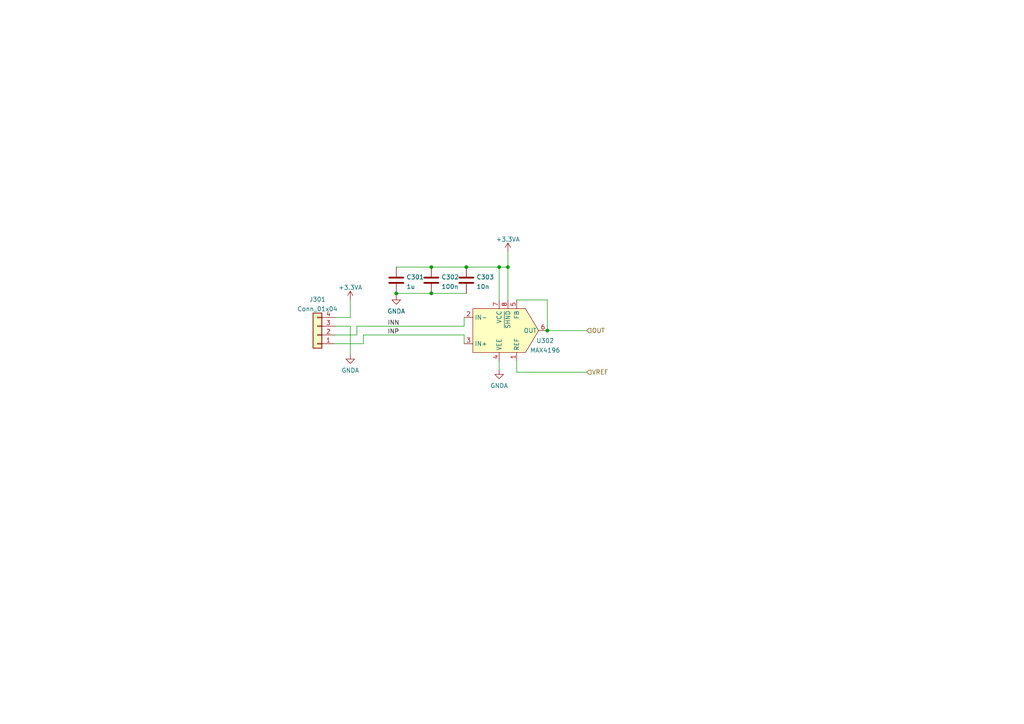
<source format=kicad_sch>
(kicad_sch (version 20211123) (generator eeschema)

  (uuid f1780be6-174a-426a-8cba-a264a9992759)

  (paper "A4")

  (lib_symbols
    (symbol "Connector_Generic:Conn_01x04" (pin_names (offset 1.016) hide) (in_bom yes) (on_board yes)
      (property "Reference" "J" (id 0) (at 0 5.08 0)
        (effects (font (size 1.27 1.27)))
      )
      (property "Value" "Conn_01x04" (id 1) (at 0 -7.62 0)
        (effects (font (size 1.27 1.27)))
      )
      (property "Footprint" "" (id 2) (at 0 0 0)
        (effects (font (size 1.27 1.27)) hide)
      )
      (property "Datasheet" "~" (id 3) (at 0 0 0)
        (effects (font (size 1.27 1.27)) hide)
      )
      (property "ki_keywords" "connector" (id 4) (at 0 0 0)
        (effects (font (size 1.27 1.27)) hide)
      )
      (property "ki_description" "Generic connector, single row, 01x04, script generated (kicad-library-utils/schlib/autogen/connector/)" (id 5) (at 0 0 0)
        (effects (font (size 1.27 1.27)) hide)
      )
      (property "ki_fp_filters" "Connector*:*_1x??_*" (id 6) (at 0 0 0)
        (effects (font (size 1.27 1.27)) hide)
      )
      (symbol "Conn_01x04_1_1"
        (rectangle (start -1.27 -4.953) (end 0 -5.207)
          (stroke (width 0.1524) (type default) (color 0 0 0 0))
          (fill (type none))
        )
        (rectangle (start -1.27 -2.413) (end 0 -2.667)
          (stroke (width 0.1524) (type default) (color 0 0 0 0))
          (fill (type none))
        )
        (rectangle (start -1.27 0.127) (end 0 -0.127)
          (stroke (width 0.1524) (type default) (color 0 0 0 0))
          (fill (type none))
        )
        (rectangle (start -1.27 2.667) (end 0 2.413)
          (stroke (width 0.1524) (type default) (color 0 0 0 0))
          (fill (type none))
        )
        (rectangle (start -1.27 3.81) (end 1.27 -6.35)
          (stroke (width 0.254) (type default) (color 0 0 0 0))
          (fill (type background))
        )
        (pin passive line (at -5.08 2.54 0) (length 3.81)
          (name "Pin_1" (effects (font (size 1.27 1.27))))
          (number "1" (effects (font (size 1.27 1.27))))
        )
        (pin passive line (at -5.08 0 0) (length 3.81)
          (name "Pin_2" (effects (font (size 1.27 1.27))))
          (number "2" (effects (font (size 1.27 1.27))))
        )
        (pin passive line (at -5.08 -2.54 0) (length 3.81)
          (name "Pin_3" (effects (font (size 1.27 1.27))))
          (number "3" (effects (font (size 1.27 1.27))))
        )
        (pin passive line (at -5.08 -5.08 0) (length 3.81)
          (name "Pin_4" (effects (font (size 1.27 1.27))))
          (number "4" (effects (font (size 1.27 1.27))))
        )
      )
    )
    (symbol "Device:C" (pin_numbers hide) (pin_names (offset 0.254)) (in_bom yes) (on_board yes)
      (property "Reference" "C" (id 0) (at 0.635 2.54 0)
        (effects (font (size 1.27 1.27)) (justify left))
      )
      (property "Value" "C" (id 1) (at 0.635 -2.54 0)
        (effects (font (size 1.27 1.27)) (justify left))
      )
      (property "Footprint" "" (id 2) (at 0.9652 -3.81 0)
        (effects (font (size 1.27 1.27)) hide)
      )
      (property "Datasheet" "~" (id 3) (at 0 0 0)
        (effects (font (size 1.27 1.27)) hide)
      )
      (property "ki_keywords" "cap capacitor" (id 4) (at 0 0 0)
        (effects (font (size 1.27 1.27)) hide)
      )
      (property "ki_description" "Unpolarized capacitor" (id 5) (at 0 0 0)
        (effects (font (size 1.27 1.27)) hide)
      )
      (property "ki_fp_filters" "C_*" (id 6) (at 0 0 0)
        (effects (font (size 1.27 1.27)) hide)
      )
      (symbol "C_0_1"
        (polyline
          (pts
            (xy -2.032 -0.762)
            (xy 2.032 -0.762)
          )
          (stroke (width 0.508) (type default) (color 0 0 0 0))
          (fill (type none))
        )
        (polyline
          (pts
            (xy -2.032 0.762)
            (xy 2.032 0.762)
          )
          (stroke (width 0.508) (type default) (color 0 0 0 0))
          (fill (type none))
        )
      )
      (symbol "C_1_1"
        (pin passive line (at 0 3.81 270) (length 2.794)
          (name "~" (effects (font (size 1.27 1.27))))
          (number "1" (effects (font (size 1.27 1.27))))
        )
        (pin passive line (at 0 -3.81 90) (length 2.794)
          (name "~" (effects (font (size 1.27 1.27))))
          (number "2" (effects (font (size 1.27 1.27))))
        )
      )
    )
    (symbol "good_things:MAX4196" (in_bom yes) (on_board yes)
      (property "Reference" "U" (id 0) (at 7.62 -5.08 0)
        (effects (font (size 1.27 1.27)))
      )
      (property "Value" "MAX4196" (id 1) (at -8.89 7.62 0)
        (effects (font (size 1.27 1.27)))
      )
      (property "Footprint" "Package_SO:SO-8_3.9x4.9mm_P1.27mm" (id 2) (at 0 13.97 0)
        (effects (font (size 1.27 1.27)) hide)
      )
      (property "Datasheet" "" (id 3) (at 0 13.97 0)
        (effects (font (size 1.27 1.27)) hide)
      )
      (symbol "MAX4196_0_1"
        (polyline
          (pts
            (xy -10.16 6.35)
            (xy 5.08 6.35)
          )
          (stroke (width 0.1524) (type default) (color 0 0 0 0))
          (fill (type none))
        )
        (polyline
          (pts
            (xy -10.16 6.35)
            (xy -10.16 -6.35)
            (xy 5.08 -6.35)
            (xy 8.89 0)
            (xy 5.08 6.35)
          )
          (stroke (width 0.1524) (type default) (color 0 0 0 0))
          (fill (type background))
        )
      )
      (symbol "MAX4196_1_1"
        (pin input line (at 2.54 -8.89 90) (length 2.54)
          (name "REF" (effects (font (size 1.27 1.27))))
          (number "1" (effects (font (size 1.27 1.27))))
        )
        (pin input line (at -12.7 3.81 0) (length 2.54)
          (name "IN-" (effects (font (size 1.27 1.27))))
          (number "2" (effects (font (size 1.27 1.27))))
        )
        (pin input line (at -12.7 -3.81 0) (length 2.54)
          (name "IN+" (effects (font (size 1.27 1.27))))
          (number "3" (effects (font (size 1.27 1.27))))
        )
        (pin input line (at -2.54 -8.89 90) (length 2.54)
          (name "VEE" (effects (font (size 1.27 1.27))))
          (number "4" (effects (font (size 1.27 1.27))))
        )
        (pin input line (at 2.54 8.89 270) (length 2.54)
          (name "FB" (effects (font (size 1.27 1.27))))
          (number "5" (effects (font (size 1.27 1.27))))
        )
        (pin input line (at 11.43 0 180) (length 2.54)
          (name "OUT" (effects (font (size 1.27 1.27))))
          (number "6" (effects (font (size 1.27 1.27))))
        )
        (pin input line (at -2.54 8.89 270) (length 2.54)
          (name "VCC" (effects (font (size 1.27 1.27))))
          (number "7" (effects (font (size 1.27 1.27))))
        )
        (pin input line (at 0 8.89 270) (length 2.54)
          (name "~{SHND}" (effects (font (size 1.27 1.27))))
          (number "8" (effects (font (size 1.27 1.27))))
        )
      )
    )
    (symbol "power:+3.3VA" (power) (pin_names (offset 0)) (in_bom yes) (on_board yes)
      (property "Reference" "#PWR" (id 0) (at 0 -3.81 0)
        (effects (font (size 1.27 1.27)) hide)
      )
      (property "Value" "+3.3VA" (id 1) (at 0 3.556 0)
        (effects (font (size 1.27 1.27)))
      )
      (property "Footprint" "" (id 2) (at 0 0 0)
        (effects (font (size 1.27 1.27)) hide)
      )
      (property "Datasheet" "" (id 3) (at 0 0 0)
        (effects (font (size 1.27 1.27)) hide)
      )
      (property "ki_keywords" "power-flag" (id 4) (at 0 0 0)
        (effects (font (size 1.27 1.27)) hide)
      )
      (property "ki_description" "Power symbol creates a global label with name \"+3.3VA\"" (id 5) (at 0 0 0)
        (effects (font (size 1.27 1.27)) hide)
      )
      (symbol "+3.3VA_0_1"
        (polyline
          (pts
            (xy -0.762 1.27)
            (xy 0 2.54)
          )
          (stroke (width 0) (type default) (color 0 0 0 0))
          (fill (type none))
        )
        (polyline
          (pts
            (xy 0 0)
            (xy 0 2.54)
          )
          (stroke (width 0) (type default) (color 0 0 0 0))
          (fill (type none))
        )
        (polyline
          (pts
            (xy 0 2.54)
            (xy 0.762 1.27)
          )
          (stroke (width 0) (type default) (color 0 0 0 0))
          (fill (type none))
        )
      )
      (symbol "+3.3VA_1_1"
        (pin power_in line (at 0 0 90) (length 0) hide
          (name "+3.3VA" (effects (font (size 1.27 1.27))))
          (number "1" (effects (font (size 1.27 1.27))))
        )
      )
    )
    (symbol "power:GNDA" (power) (pin_names (offset 0)) (in_bom yes) (on_board yes)
      (property "Reference" "#PWR" (id 0) (at 0 -6.35 0)
        (effects (font (size 1.27 1.27)) hide)
      )
      (property "Value" "GNDA" (id 1) (at 0 -3.81 0)
        (effects (font (size 1.27 1.27)))
      )
      (property "Footprint" "" (id 2) (at 0 0 0)
        (effects (font (size 1.27 1.27)) hide)
      )
      (property "Datasheet" "" (id 3) (at 0 0 0)
        (effects (font (size 1.27 1.27)) hide)
      )
      (property "ki_keywords" "power-flag" (id 4) (at 0 0 0)
        (effects (font (size 1.27 1.27)) hide)
      )
      (property "ki_description" "Power symbol creates a global label with name \"GNDA\" , analog ground" (id 5) (at 0 0 0)
        (effects (font (size 1.27 1.27)) hide)
      )
      (symbol "GNDA_0_1"
        (polyline
          (pts
            (xy 0 0)
            (xy 0 -1.27)
            (xy 1.27 -1.27)
            (xy 0 -2.54)
            (xy -1.27 -1.27)
            (xy 0 -1.27)
          )
          (stroke (width 0) (type default) (color 0 0 0 0))
          (fill (type none))
        )
      )
      (symbol "GNDA_1_1"
        (pin power_in line (at 0 0 270) (length 0) hide
          (name "GNDA" (effects (font (size 1.27 1.27))))
          (number "1" (effects (font (size 1.27 1.27))))
        )
      )
    )
  )

  (junction (at 158.75 95.885) (diameter 0) (color 0 0 0 0)
    (uuid 12274b97-09b9-486a-94db-ffa239f3ea94)
  )
  (junction (at 135.255 77.47) (diameter 0) (color 0 0 0 0)
    (uuid 1e2b3498-93fb-495d-999e-bc93dc423f2d)
  )
  (junction (at 144.78 77.47) (diameter 0) (color 0 0 0 0)
    (uuid 256ad84a-11ac-4de2-964b-861717062f54)
  )
  (junction (at 125.095 85.09) (diameter 0) (color 0 0 0 0)
    (uuid 3823d031-682d-4ab1-950f-3568cc3cf8e0)
  )
  (junction (at 114.935 85.09) (diameter 0) (color 0 0 0 0)
    (uuid 9755422f-4fd7-410f-adc1-7684875269f2)
  )
  (junction (at 147.32 77.47) (diameter 0) (color 0 0 0 0)
    (uuid dafc1dc4-5bb4-44b8-9ac9-4294aeafb743)
  )
  (junction (at 125.095 77.47) (diameter 0) (color 0 0 0 0)
    (uuid ebb28123-799f-476e-b651-eaf5450b9763)
  )

  (wire (pts (xy 170.18 107.95) (xy 149.86 107.95))
    (stroke (width 0) (type default) (color 0 0 0 0))
    (uuid 1539adae-3f2a-4ae1-8e73-45a5eacb78e8)
  )
  (wire (pts (xy 134.62 97.155) (xy 134.62 99.695))
    (stroke (width 0) (type default) (color 0 0 0 0))
    (uuid 184cca5c-19ba-4bd7-8ba4-09a50fb0236b)
  )
  (wire (pts (xy 147.32 86.995) (xy 147.32 77.47))
    (stroke (width 0) (type default) (color 0 0 0 0))
    (uuid 2264af68-36e3-49bd-af89-39a8b85c4e6f)
  )
  (wire (pts (xy 135.255 77.47) (xy 144.78 77.47))
    (stroke (width 0) (type default) (color 0 0 0 0))
    (uuid 236af702-fde6-4f31-890d-d8facc4cddb8)
  )
  (wire (pts (xy 103.505 94.615) (xy 103.505 97.155))
    (stroke (width 0) (type default) (color 0 0 0 0))
    (uuid 2609a649-30f2-49f2-9d6f-d6038e4bd10a)
  )
  (wire (pts (xy 103.505 97.155) (xy 97.155 97.155))
    (stroke (width 0) (type default) (color 0 0 0 0))
    (uuid 37997a3d-b417-43fc-a2ac-69e22f1b3d43)
  )
  (wire (pts (xy 144.78 86.995) (xy 144.78 77.47))
    (stroke (width 0) (type default) (color 0 0 0 0))
    (uuid 4601dce8-5dca-487b-891a-071c562d572a)
  )
  (wire (pts (xy 114.935 85.09) (xy 125.095 85.09))
    (stroke (width 0) (type default) (color 0 0 0 0))
    (uuid 4c143bd8-7da5-42d1-b3dd-9194b7486b13)
  )
  (wire (pts (xy 114.935 85.09) (xy 114.935 85.725))
    (stroke (width 0) (type default) (color 0 0 0 0))
    (uuid 4f5c21a3-4c79-48b4-ab90-c65789597287)
  )
  (wire (pts (xy 158.75 95.885) (xy 158.75 86.995))
    (stroke (width 0) (type default) (color 0 0 0 0))
    (uuid 5c2fd002-181f-47cf-b659-f3e455c0bf84)
  )
  (wire (pts (xy 101.6 102.87) (xy 101.6 94.615))
    (stroke (width 0) (type default) (color 0 0 0 0))
    (uuid 664d004d-05b2-4913-8c88-1936ac7b4628)
  )
  (wire (pts (xy 101.6 92.075) (xy 101.6 86.995))
    (stroke (width 0) (type default) (color 0 0 0 0))
    (uuid 7cc5dbdf-1c2f-4128-9a7d-67df6babe502)
  )
  (wire (pts (xy 114.935 77.47) (xy 125.095 77.47))
    (stroke (width 0) (type default) (color 0 0 0 0))
    (uuid 8a13ec1b-d85d-4019-b8b8-f6d6ce397cb7)
  )
  (wire (pts (xy 103.505 94.615) (xy 134.62 94.615))
    (stroke (width 0) (type default) (color 0 0 0 0))
    (uuid 8af1ef1d-0d35-49d6-a80c-841a4db1129d)
  )
  (wire (pts (xy 105.41 97.155) (xy 134.62 97.155))
    (stroke (width 0) (type default) (color 0 0 0 0))
    (uuid 8c887745-fbfd-4482-ae6a-49cee474d447)
  )
  (wire (pts (xy 105.41 97.155) (xy 105.41 99.695))
    (stroke (width 0) (type default) (color 0 0 0 0))
    (uuid 8cf64bc8-89db-4f2b-a0ab-82337b20338d)
  )
  (wire (pts (xy 125.095 85.09) (xy 135.255 85.09))
    (stroke (width 0) (type default) (color 0 0 0 0))
    (uuid 902ade26-b735-434c-adc4-8c55d4af74dc)
  )
  (wire (pts (xy 125.095 77.47) (xy 135.255 77.47))
    (stroke (width 0) (type default) (color 0 0 0 0))
    (uuid 90d2b175-660d-4cb5-a921-803fef4d9e78)
  )
  (wire (pts (xy 144.78 77.47) (xy 147.32 77.47))
    (stroke (width 0) (type default) (color 0 0 0 0))
    (uuid 9eca569c-6145-4f1d-ae9d-338ad1a3631f)
  )
  (wire (pts (xy 149.86 107.95) (xy 149.86 104.775))
    (stroke (width 0) (type default) (color 0 0 0 0))
    (uuid a38f781c-f14c-4724-a0b4-77964d79cdd6)
  )
  (wire (pts (xy 158.75 95.885) (xy 170.18 95.885))
    (stroke (width 0) (type default) (color 0 0 0 0))
    (uuid b1b5737b-11a8-4fc8-8d31-44936ae228b6)
  )
  (wire (pts (xy 101.6 94.615) (xy 97.155 94.615))
    (stroke (width 0) (type default) (color 0 0 0 0))
    (uuid c2802c7d-d6e1-404c-b2c4-538a0c13cccf)
  )
  (wire (pts (xy 144.78 107.315) (xy 144.78 104.775))
    (stroke (width 0) (type default) (color 0 0 0 0))
    (uuid cc520cb7-f043-428f-b548-7f3a4b5e4dfa)
  )
  (wire (pts (xy 97.155 92.075) (xy 101.6 92.075))
    (stroke (width 0) (type default) (color 0 0 0 0))
    (uuid cd5e46ca-9977-4944-9e09-6afd13564369)
  )
  (wire (pts (xy 97.155 99.695) (xy 105.41 99.695))
    (stroke (width 0) (type default) (color 0 0 0 0))
    (uuid ce535b0a-a359-4cff-a569-84905c7e7887)
  )
  (wire (pts (xy 158.75 86.995) (xy 149.86 86.995))
    (stroke (width 0) (type default) (color 0 0 0 0))
    (uuid d361048e-03e4-4300-b107-4773ab57864f)
  )
  (wire (pts (xy 147.32 73.025) (xy 147.32 77.47))
    (stroke (width 0) (type default) (color 0 0 0 0))
    (uuid ee6db436-4804-4ef4-ab3b-3f51156a1cdb)
  )
  (wire (pts (xy 134.62 94.615) (xy 134.62 92.075))
    (stroke (width 0) (type default) (color 0 0 0 0))
    (uuid f3a3a94a-8290-43ea-8eae-b6997df73263)
  )

  (label "INN" (at 112.395 94.615 0)
    (effects (font (size 1.27 1.27)) (justify left bottom))
    (uuid 950e8466-651a-40da-b19c-94b32e497901)
  )
  (label "INP" (at 112.395 97.155 0)
    (effects (font (size 1.27 1.27)) (justify left bottom))
    (uuid b250f26d-ec3d-4170-92a9-f989766f196f)
  )

  (hierarchical_label "OUT" (shape input) (at 170.18 95.885 0)
    (effects (font (size 1.27 1.27)) (justify left))
    (uuid 9ab67b9a-8b72-4c38-9b1e-2ffc586e2a74)
  )
  (hierarchical_label "VREF" (shape input) (at 170.18 107.95 0)
    (effects (font (size 1.27 1.27)) (justify left))
    (uuid d42e63ac-b117-4008-a6d4-0d5d473f1613)
  )

  (symbol (lib_id "power:GNDA") (at 144.78 107.315 0)
    (in_bom yes) (on_board yes) (fields_autoplaced)
    (uuid 105dd37d-5cbe-4516-8f76-962aa677f74f)
    (property "Reference" "#PWR0128" (id 0) (at 144.78 113.665 0)
      (effects (font (size 1.27 1.27)) hide)
    )
    (property "Value" "GNDA" (id 1) (at 144.78 111.8775 0))
    (property "Footprint" "" (id 2) (at 144.78 107.315 0)
      (effects (font (size 1.27 1.27)) hide)
    )
    (property "Datasheet" "" (id 3) (at 144.78 107.315 0)
      (effects (font (size 1.27 1.27)) hide)
    )
    (pin "1" (uuid fe01fb75-0dbd-4ceb-8d4d-ddc5069f97e7))
  )

  (symbol (lib_id "power:GNDA") (at 114.935 85.725 0)
    (in_bom yes) (on_board yes) (fields_autoplaced)
    (uuid 151d6a59-d7e2-4717-ba65-2b0674d1f7d3)
    (property "Reference" "#PWR0132" (id 0) (at 114.935 92.075 0)
      (effects (font (size 1.27 1.27)) hide)
    )
    (property "Value" "GNDA" (id 1) (at 114.935 90.2875 0))
    (property "Footprint" "" (id 2) (at 114.935 85.725 0)
      (effects (font (size 1.27 1.27)) hide)
    )
    (property "Datasheet" "" (id 3) (at 114.935 85.725 0)
      (effects (font (size 1.27 1.27)) hide)
    )
    (pin "1" (uuid 9341c5de-066c-4087-9de1-a8a8fe5be967))
  )

  (symbol (lib_id "good_things:MAX4196") (at 147.32 95.885 0)
    (in_bom yes) (on_board yes)
    (uuid 2382424b-0905-467b-a458-dad739d3178b)
    (property "Reference" "U302" (id 0) (at 158.115 98.8249 0))
    (property "Value" "MAX4196" (id 1) (at 158.115 101.6 0))
    (property "Footprint" "Package_SO:SO-8_3.9x4.9mm_P1.27mm" (id 2) (at 147.32 81.915 0)
      (effects (font (size 1.27 1.27)) hide)
    )
    (property "Datasheet" "" (id 3) (at 147.32 81.915 0)
      (effects (font (size 1.27 1.27)) hide)
    )
    (pin "1" (uuid be51fd1f-bf89-42bd-97b2-4dab1b586650))
    (pin "2" (uuid 02f59ec8-9e35-4f4f-ad74-c5620a79c783))
    (pin "3" (uuid 2d911663-0d4a-4001-a82d-07da47674458))
    (pin "4" (uuid 4683f672-4d05-4749-8404-1ed4b1e7061b))
    (pin "5" (uuid bf36e9d5-29fc-4979-9020-81e493e3b1c6))
    (pin "6" (uuid ee9cca1e-67e0-423d-81dd-8e074c191193))
    (pin "7" (uuid d7e10d39-505b-4085-8aba-ec0d1dcfabae))
    (pin "8" (uuid f399139d-34f3-4d9f-8020-64bb25272dd1))
  )

  (symbol (lib_id "power:+3.3VA") (at 147.32 73.025 0)
    (in_bom yes) (on_board yes) (fields_autoplaced)
    (uuid 2fc645b6-7143-45c7-919a-6a21173455fa)
    (property "Reference" "#PWR0122" (id 0) (at 147.32 76.835 0)
      (effects (font (size 1.27 1.27)) hide)
    )
    (property "Value" "+3.3VA" (id 1) (at 147.32 69.4205 0))
    (property "Footprint" "" (id 2) (at 147.32 73.025 0)
      (effects (font (size 1.27 1.27)) hide)
    )
    (property "Datasheet" "" (id 3) (at 147.32 73.025 0)
      (effects (font (size 1.27 1.27)) hide)
    )
    (pin "1" (uuid 793f5516-4035-4242-9418-e9c9cc158ec5))
  )

  (symbol (lib_id "Device:C") (at 125.095 81.28 0)
    (in_bom yes) (on_board yes) (fields_autoplaced)
    (uuid 44fc1a64-4919-4bc9-8f4d-6f5c518e592b)
    (property "Reference" "C302" (id 0) (at 128.016 80.3715 0)
      (effects (font (size 1.27 1.27)) (justify left))
    )
    (property "Value" "100n" (id 1) (at 128.016 83.1466 0)
      (effects (font (size 1.27 1.27)) (justify left))
    )
    (property "Footprint" "Capacitor_SMD:C_0603_1608Metric_Pad1.08x0.95mm_HandSolder" (id 2) (at 126.0602 85.09 0)
      (effects (font (size 1.27 1.27)) hide)
    )
    (property "Datasheet" "~" (id 3) (at 125.095 81.28 0)
      (effects (font (size 1.27 1.27)) hide)
    )
    (pin "1" (uuid 6bd963dc-9232-4ff9-b5b1-21f725011912))
    (pin "2" (uuid c175508c-418e-44ce-9d4b-2c2268441b2a))
  )

  (symbol (lib_id "Connector_Generic:Conn_01x04") (at 92.075 97.155 180)
    (in_bom yes) (on_board yes) (fields_autoplaced)
    (uuid 5880080c-14df-4f2e-b1e6-6a00ef6ec03d)
    (property "Reference" "J301" (id 0) (at 92.075 86.8385 0))
    (property "Value" "Conn_01x04" (id 1) (at 92.075 89.6136 0))
    (property "Footprint" "TerminalBlock:TerminalBlock_bornier-4_P5.08mm" (id 2) (at 92.075 97.155 0)
      (effects (font (size 1.27 1.27)) hide)
    )
    (property "Datasheet" "~" (id 3) (at 92.075 97.155 0)
      (effects (font (size 1.27 1.27)) hide)
    )
    (pin "1" (uuid e4e18d4b-1ce6-4a29-8571-f0d127261f40))
    (pin "2" (uuid 10af6c28-d01c-4dba-b1a5-3e68422805ec))
    (pin "3" (uuid 45b8f1a2-4d57-4c5e-9375-f789d767e56f))
    (pin "4" (uuid 6078d8fb-b9af-452a-9b8b-33029490fcd6))
  )

  (symbol (lib_id "Device:C") (at 114.935 81.28 0)
    (in_bom yes) (on_board yes) (fields_autoplaced)
    (uuid 8b78072e-bb15-4125-954a-d7025ef65e28)
    (property "Reference" "C301" (id 0) (at 117.856 80.3715 0)
      (effects (font (size 1.27 1.27)) (justify left))
    )
    (property "Value" "1u" (id 1) (at 117.856 83.1466 0)
      (effects (font (size 1.27 1.27)) (justify left))
    )
    (property "Footprint" "Capacitor_SMD:C_0603_1608Metric_Pad1.08x0.95mm_HandSolder" (id 2) (at 115.9002 85.09 0)
      (effects (font (size 1.27 1.27)) hide)
    )
    (property "Datasheet" "~" (id 3) (at 114.935 81.28 0)
      (effects (font (size 1.27 1.27)) hide)
    )
    (pin "1" (uuid 130f5520-ec8e-4b3a-8e48-f3cbbc1c47ed))
    (pin "2" (uuid afac1468-53c1-4bc6-8608-05c27e675c3f))
  )

  (symbol (lib_id "power:+3.3VA") (at 101.6 86.995 0)
    (in_bom yes) (on_board yes) (fields_autoplaced)
    (uuid 8ea94bb8-20aa-452b-b331-d79450af3c0b)
    (property "Reference" "#PWR0131" (id 0) (at 101.6 90.805 0)
      (effects (font (size 1.27 1.27)) hide)
    )
    (property "Value" "+3.3VA" (id 1) (at 101.6 83.3905 0))
    (property "Footprint" "" (id 2) (at 101.6 86.995 0)
      (effects (font (size 1.27 1.27)) hide)
    )
    (property "Datasheet" "" (id 3) (at 101.6 86.995 0)
      (effects (font (size 1.27 1.27)) hide)
    )
    (pin "1" (uuid 6576f2ee-93a3-4992-9a1f-74c3c3d459e5))
  )

  (symbol (lib_id "power:GNDA") (at 101.6 102.87 0)
    (in_bom yes) (on_board yes) (fields_autoplaced)
    (uuid b757e5e9-382f-42b2-ad7b-e469066c06e5)
    (property "Reference" "#PWR0129" (id 0) (at 101.6 109.22 0)
      (effects (font (size 1.27 1.27)) hide)
    )
    (property "Value" "GNDA" (id 1) (at 101.6 107.4325 0))
    (property "Footprint" "" (id 2) (at 101.6 102.87 0)
      (effects (font (size 1.27 1.27)) hide)
    )
    (property "Datasheet" "" (id 3) (at 101.6 102.87 0)
      (effects (font (size 1.27 1.27)) hide)
    )
    (pin "1" (uuid 006e36e2-8b0a-4614-bc31-62d45d9b5e8f))
  )

  (symbol (lib_id "Device:C") (at 135.255 81.28 0)
    (in_bom yes) (on_board yes) (fields_autoplaced)
    (uuid f3e2c8cb-1b93-4eca-8a31-98d6b5a5f1f4)
    (property "Reference" "C303" (id 0) (at 138.176 80.3715 0)
      (effects (font (size 1.27 1.27)) (justify left))
    )
    (property "Value" "10n" (id 1) (at 138.176 83.1466 0)
      (effects (font (size 1.27 1.27)) (justify left))
    )
    (property "Footprint" "Capacitor_SMD:C_0603_1608Metric_Pad1.08x0.95mm_HandSolder" (id 2) (at 136.2202 85.09 0)
      (effects (font (size 1.27 1.27)) hide)
    )
    (property "Datasheet" "~" (id 3) (at 135.255 81.28 0)
      (effects (font (size 1.27 1.27)) hide)
    )
    (pin "1" (uuid 750a3d68-35af-4f42-b1a3-00d00044c09f))
    (pin "2" (uuid a0388f6f-4d84-412c-8aa6-fa0e058b2449))
  )
)

</source>
